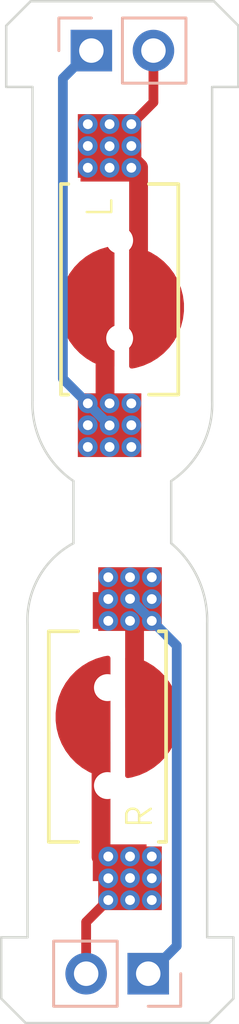
<source format=kicad_pcb>
(kicad_pcb (version 20221018) (generator pcbnew)
  (layers (0 "F.Cu" signal) (31 "B.Cu" signal) (34 "B.Paste" user) (35 "F.Paste" user) (36 "B.SilkS" user "B.Silkscreen") (37 "F.SilkS" user "F.Silkscreen") (38 "B.Mask" user) (39 "F.Mask" user) (44 "Edge.Cuts" user))
  (net 0 "")
  (net 1 "Net-(J1-Pad1)")
  (net 2 "Net-(J1-Pad2)")
  (net 3 "Net-(J2-Pad1)")
  (net 4 "Net-(J2-Pad2)")
  (footprint "clipboard:b50812ef-01b3-4199-b131-0dd827ad1ccd" (layer "F.Cu") (at 110.95 68.339 90)
    (fp_text reference "" (at 0 0 90) (layer "F.SilkS") (effects (font (size 1.27 1.27))))
    (fp_text value "" (at 0 0 90) (layer "F.SilkS") (effects (font (size 1.27 1.27))))
    (fp_line (start 1.625 -4.9) (end 10.225 -4.9) (stroke (width 0.15)) (layer "F.SilkS"))
    (fp_line (start 1.625 -4.6) (end 1.625 -4.9) (stroke (width 0.15)) (layer "F.SilkS"))
    (fp_line (start 1.625 -1.3) (end 1.625 -0.1) (stroke (width 0.15)) (layer "F.SilkS"))
    (fp_line (start 1.625 -0.1) (end 10.225 -0.1) (stroke (width 0.15)) (layer "F.SilkS"))
    (fp_line (start 10.225 -4.6) (end 10.225 -4.9) (stroke (width 0.15)) (layer "F.SilkS"))
    (fp_line (start 10.225 -1.3) (end 10.225 -0.1) (stroke (width 0.15)) (layer "F.SilkS"))
    (pad "" np_thru_hole circle (at 3.925 -2.5 90) (size 1.1 1.1) (drill 1.1) (layers "F&B.Cu" "*.Mask"))
    (pad "" np_thru_hole circle (at 7.925 -2.5 90) (size 1.1 1.1) (drill 1.1) (layers "F&B.Cu" "*.Mask"))
    (pad "1" smd rect (at 0.775 -3 90) (size 1.5 2.2) (layers "F.Cu" "F.Paste" "F.Mask"))
    (pad "2" smd rect (at 11.075 -3 90) (size 1.5 2.2) (layers "F.Cu" "F.Paste" "F.Mask"))
  )
  (footprint "PhobGCC_Footprints:Trigger_Contact" (layer "F.Cu") (at 108.538 63.152029 90)
    (fp_text reference "SW1" hide)
    (fp_text value "L" (at 4.06 -0.89 90) (layer "F.SilkS") (effects (font (thickness 0.1))))
    (pad "1" thru_hole circle (at -5.7 -1.39 90) (size 0.8 0.8) (drill 0.4) (layers "*.Cu" "*.Mask") (net 1 "Net-(J1-Pad1)"))
    (pad "1" thru_hole circle (at -5.7 -0.5 90) (size 0.8 0.8) (drill 0.4) (layers "*.Cu" "*.Mask") (net 1 "Net-(J1-Pad1)"))
    (pad "1" thru_hole circle (at -5.7 0.39 90) (size 0.8 0.8) (drill 0.4) (layers "*.Cu" "*.Mask") (net 1 "Net-(J1-Pad1)"))
    (pad "1" thru_hole circle (at -4.82 -0.5 90) (size 0.8 0.8) (drill 0.4) (layers "*.Cu" "*.Mask") (net 1 "Net-(J1-Pad1)"))
    (pad "1" thru_hole circle (at -4.81 -1.39 90) (size 0.8 0.8) (drill 0.4) (layers "*.Cu" "*.Mask") (net 1 "Net-(J1-Pad1)"))
    (pad "1" smd custom (at -4.81 -0.5 90) (size 1.524 1.524) (layers "F.Cu" "F.Paste" "F.Mask") (net 1 "Net-(J1-Pad1)") (options (clearance outline) (anchor circle)) (primitives (gr_rect (start -1.3 -1.3) (end 1.3 1.3) (width 0) (fill yes))))
    (pad "1" thru_hole circle (at -4.81 0.39 90) (size 0.8 0.8) (drill 0.4) (layers "*.Cu" "*.Mask") (net 1 "Net-(J1-Pad1)"))
    (pad "1" thru_hole circle (at -3.92 -1.39 90) (size 0.8 0.8) (drill 0.4) (layers "*.Cu" "*.Mask") (net 1 "Net-(J1-Pad1)"))
    (pad "1" thru_hole circle (at -3.92 -0.5 90) (size 0.8 0.8) (drill 0.4) (layers "*.Cu" "*.Mask") (net 1 "Net-(J1-Pad1)"))
    (pad "1" thru_hole circle (at -3.92 0.39 90) (size 0.8 0.8) (drill 0.4) (layers "*.Cu" "*.Mask") (net 1 "Net-(J1-Pad1)"))
    (pad "1" smd custom (at 0 -1.421886 90) (size 1.524 1.524) (layers "F.Cu" "F.Paste" "F.Mask") (net 1 "Net-(J1-Pad1)") (options (clearance outline) (anchor circle)) (primitives (gr_poly (pts (xy 2.4 1.021886) (xy 2.372946 0.868173) (xy 2.284539 0.568843) (xy 2.158541 0.283291) (xy 1.997027 0.016218) (xy 1.802655 -0.227983) (xy 1.578621 -0.445293) (xy 1.328613 -0.632137) (xy 1.056744 -0.785441) (xy 0.767487 -0.902682) (xy 0.465603 -0.981932) (xy 0.156057 -1.021885) (xy -0.156057 -1.021885) (xy -0.465603 -0.981932) (xy -0.767487 -0.902682) (xy -1.056744 -0.785441) (xy -1.328613 -0.632137) (xy -1.578621 -0.445293) (xy -1.802655 -0.227983) (xy -1.997027 0.016218) (xy -2.158541 0.283291) (xy -2.284539 0.568843) (xy -2.372946 0.868173) (xy -2.4 1.021886)) (width 0.2) (fill yes))))
    (pad "2" smd custom (at 0 1.421885 90) (size 1.524 1.524) (layers "F.Cu" "F.Paste" "F.Mask") (net 2 "Net-(J1-Pad2)") (options (clearance outline) (anchor circle)) (primitives (gr_poly (pts (xy -2.4 -1.021885) (xy -2.372946 -0.868172) (xy -2.284539 -0.568842) (xy -2.158541 -0.28329) (xy -1.997027 -0.016217) (xy -1.802655 0.227984) (xy -1.578621 0.445294) (xy -1.328613 0.632138) (xy -1.056744 0.785442) (xy -0.767487 0.902683) (xy -0.465603 0.981933) (xy -0.156057 1.021886) (xy 0.156057 1.021886) (xy 0.465603 0.981933) (xy 0.767487 0.902683) (xy 1.056744 0.785442) (xy 1.328613 0.632138) (xy 1.578621 0.445294) (xy 1.802655 0.227984) (xy 1.997027 -0.016217) (xy 2.158541 -0.28329) (xy 2.284539 -0.568842) (xy 2.372946 -0.868172) (xy 2.4 -1.021885)) (width 0.2) (fill yes))))
    (pad "2" thru_hole circle (at 5.7 -1.39 90) (size 0.8 0.8) (drill 0.4) (layers "*.Cu" "*.Mask") (net 2 "Net-(J1-Pad2)"))
    (pad "2" thru_hole circle (at 5.7 -0.5 90) (size 0.8 0.8) (drill 0.4) (layers "*.Cu" "*.Mask") (net 2 "Net-(J1-Pad2)"))
    (pad "2" thru_hole circle (at 5.7 0.39 90) (size 0.8 0.8) (drill 0.4) (layers "*.Cu" "*.Mask") (net 2 "Net-(J1-Pad2)"))
    (pad "2" thru_hole circle (at 6.58 -0.5 90) (size 0.8 0.8) (drill 0.4) (layers "*.Cu" "*.Mask") (net 2 "Net-(J1-Pad2)"))
    (pad "2" thru_hole circle (at 6.59 -1.39 90) (size 0.8 0.8) (drill 0.4) (layers "*.Cu" "*.Mask") (net 2 "Net-(J1-Pad2)"))
    (pad "2" smd custom (at 6.59 -0.5 90) (size 1.524 1.524) (layers "F.Cu" "F.Paste" "F.Mask") (net 2 "Net-(J1-Pad2)") (options (clearance outline) (anchor circle)) (primitives (gr_rect (start -1.3 -1.3) (end 1.3 1.3) (width 0) (fill yes))))
    (pad "2" thru_hole circle (at 6.59 0.39 90) (size 0.8 0.8) (drill 0.4) (layers "*.Cu" "*.Mask") (net 2 "Net-(J1-Pad2)"))
    (pad "2" thru_hole circle (at 7.48 -1.39 90) (size 0.8 0.8) (drill 0.4) (layers "*.Cu" "*.Mask") (net 2 "Net-(J1-Pad2)"))
    (pad "2" thru_hole circle (at 7.48 -0.5 90) (size 0.8 0.8) (drill 0.4) (layers "*.Cu" "*.Mask") (net 2 "Net-(J1-Pad2)"))
    (pad "2" thru_hole circle (at 7.48 0.39 90) (size 0.8 0.8) (drill 0.4) (layers "*.Cu" "*.Mask") (net 2 "Net-(J1-Pad2)"))
  )
  (footprint "PhobGCC_Footprints:breakaway-mousebites-double" (layer "F.Cu") (at 108.325 70.244093 180)
    (fp_text reference "H2" hide)
    (fp_text value "MouseBiteRA" hide)
    (fp_line (start -2.233 -2.537893) (end -2.233 0.002107) (stroke (width 0.1)) (layer "Edge.Cuts"))
    (fp_line (start 1.767 -2.537893) (end 1.767 0.002107) (stroke (width 0.1)) (layer "Edge.Cuts"))
    (pad "" np_thru_hole circle (at -1.5 -2.26085) (size 0.7874 0.7874) (drill 0.7874) (layers "*.Cu" "*.Mask"))
    (pad "" np_thru_hole circle (at -1.5 -0.23 180) (size 0.7874 0.7874) (drill 0.7874) (layers "*.Cu" "*.Mask"))
    (pad "" np_thru_hole circle (at -0.23 -2.26085) (size 0.7874 0.7874) (drill 0.7874) (layers "*.Cu" "*.Mask"))
    (pad "" np_thru_hole circle (at -0.23 -0.23 180) (size 0.7874 0.7874) (drill 0.7874) (layers "*.Cu" "*.Mask"))
    (pad "" np_thru_hole circle (at 1.04 -2.26085) (size 0.7874 0.7874) (drill 0.7874) (layers "*.Cu" "*.Mask"))
    (pad "" np_thru_hole circle (at 1.04 -0.23 180) (size 0.7874 0.7874) (drill 0.7874) (layers "*.Cu" "*.Mask"))
  )
  (footprint "PhobGCC_Footprints:Trigger_Contact" (layer "F.Cu") (at 108.374503 79.871943 -90)
    (fp_text reference "SW2" hide)
    (fp_text value "R" (at 4.06 -0.89 -270) (layer "F.SilkS") (effects (font (thickness 0.1))))
    (pad "1" thru_hole circle (at -5.7 -1.39 270) (size 0.8 0.8) (drill 0.4) (layers "*.Cu" "*.Mask") (net 3 "Net-(J2-Pad1)"))
    (pad "1" thru_hole circle (at -5.7 -0.5 270) (size 0.8 0.8) (drill 0.4) (layers "*.Cu" "*.Mask") (net 3 "Net-(J2-Pad1)"))
    (pad "1" thru_hole circle (at -5.7 0.39 270) (size 0.8 0.8) (drill 0.4) (layers "*.Cu" "*.Mask") (net 3 "Net-(J2-Pad1)"))
    (pad "1" thru_hole circle (at -4.82 -0.5 270) (size 0.8 0.8) (drill 0.4) (layers "*.Cu" "*.Mask") (net 3 "Net-(J2-Pad1)"))
    (pad "1" thru_hole circle (at -4.81 -1.39 270) (size 0.8 0.8) (drill 0.4) (layers "*.Cu" "*.Mask") (net 3 "Net-(J2-Pad1)"))
    (pad "1" smd custom (at -4.81 -0.5 270) (size 1.524 1.524) (layers "F.Cu" "F.Paste" "F.Mask") (net 3 "Net-(J2-Pad1)") (options (clearance outline) (anchor circle)) (primitives (gr_rect (start -1.3 -1.3) (end 1.3 1.3) (width 0) (fill yes))))
    (pad "1" thru_hole circle (at -4.81 0.39 270) (size 0.8 0.8) (drill 0.4) (layers "*.Cu" "*.Mask") (net 3 "Net-(J2-Pad1)"))
    (pad "1" thru_hole circle (at -3.92 -1.39 270) (size 0.8 0.8) (drill 0.4) (layers "*.Cu" "*.Mask") (net 3 "Net-(J2-Pad1)"))
    (pad "1" thru_hole circle (at -3.92 -0.5 270) (size 0.8 0.8) (drill 0.4) (layers "*.Cu" "*.Mask") (net 3 "Net-(J2-Pad1)"))
    (pad "1" thru_hole circle (at -3.92 0.39 270) (size 0.8 0.8) (drill 0.4) (layers "*.Cu" "*.Mask") (net 3 "Net-(J2-Pad1)"))
    (pad "1" smd custom (at 0 -1.421886 270) (size 1.524 1.524) (layers "F.Cu" "F.Paste" "F.Mask") (net 3 "Net-(J2-Pad1)") (options (clearance outline) (anchor circle)) (primitives (gr_poly (pts (xy 2.4 1.021886) (xy 2.372946 0.868173) (xy 2.284539 0.568843) (xy 2.158541 0.283291) (xy 1.997027 0.016218) (xy 1.802655 -0.227983) (xy 1.578621 -0.445293) (xy 1.328613 -0.632137) (xy 1.056744 -0.785441) (xy 0.767487 -0.902682) (xy 0.465603 -0.981932) (xy 0.156057 -1.021885) (xy -0.156057 -1.021885) (xy -0.465603 -0.981932) (xy -0.767487 -0.902682) (xy -1.056744 -0.785441) (xy -1.328613 -0.632137) (xy -1.578621 -0.445293) (xy -1.802655 -0.227983) (xy -1.997027 0.016218) (xy -2.158541 0.283291) (xy -2.284539 0.568843) (xy -2.372946 0.868173) (xy -2.4 1.021886)) (width 0.2) (fill yes))))
    (pad "2" smd custom (at 0 1.421885 270) (size 1.524 1.524) (layers "F.Cu" "F.Paste" "F.Mask") (net 4 "Net-(J2-Pad2)") (options (clearance outline) (anchor circle)) (primitives (gr_poly (pts (xy -2.4 -1.021885) (xy -2.372946 -0.868172) (xy -2.284539 -0.568842) (xy -2.158541 -0.28329) (xy -1.997027 -0.016217) (xy -1.802655 0.227984) (xy -1.578621 0.445294) (xy -1.328613 0.632138) (xy -1.056744 0.785442) (xy -0.767487 0.902683) (xy -0.465603 0.981933) (xy -0.156057 1.021886) (xy 0.156057 1.021886) (xy 0.465603 0.981933) (xy 0.767487 0.902683) (xy 1.056744 0.785442) (xy 1.328613 0.632138) (xy 1.578621 0.445294) (xy 1.802655 0.227984) (xy 1.997027 -0.016217) (xy 2.158541 -0.28329) (xy 2.284539 -0.568842) (xy 2.372946 -0.868172) (xy 2.4 -1.021885)) (width 0.2) (fill yes))))
    (pad "2" thru_hole circle (at 5.7 -1.39 270) (size 0.8 0.8) (drill 0.4) (layers "*.Cu" "*.Mask") (net 4 "Net-(J2-Pad2)"))
    (pad "2" thru_hole circle (at 5.7 -0.5 270) (size 0.8 0.8) (drill 0.4) (layers "*.Cu" "*.Mask") (net 4 "Net-(J2-Pad2)"))
    (pad "2" thru_hole circle (at 5.7 0.39 270) (size 0.8 0.8) (drill 0.4) (layers "*.Cu" "*.Mask") (net 4 "Net-(J2-Pad2)"))
    (pad "2" thru_hole circle (at 6.58 -0.5 270) (size 0.8 0.8) (drill 0.4) (layers "*.Cu" "*.Mask") (net 4 "Net-(J2-Pad2)"))
    (pad "2" thru_hole circle (at 6.59 -1.39 270) (size 0.8 0.8) (drill 0.4) (layers "*.Cu" "*.Mask") (net 4 "Net-(J2-Pad2)"))
    (pad "2" smd custom (at 6.59 -0.5 270) (size 1.524 1.524) (layers "F.Cu" "F.Paste" "F.Mask") (net 4 "Net-(J2-Pad2)") (options (clearance outline) (anchor circle)) (primitives (gr_rect (start -1.3 -1.3) (end 1.3 1.3) (width 0) (fill yes))))
    (pad "2" thru_hole circle (at 6.59 0.39 270) (size 0.8 0.8) (drill 0.4) (layers "*.Cu" "*.Mask") (net 4 "Net-(J2-Pad2)"))
    (pad "2" thru_hole circle (at 7.48 -1.39 270) (size 0.8 0.8) (drill 0.4) (layers "*.Cu" "*.Mask") (net 4 "Net-(J2-Pad2)"))
    (pad "2" thru_hole circle (at 7.48 -0.5 270) (size 0.8 0.8) (drill 0.4) (layers "*.Cu" "*.Mask") (net 4 "Net-(J2-Pad2)"))
    (pad "2" thru_hole circle (at 7.48 0.39 270) (size 0.8 0.8) (drill 0.4) (layers "*.Cu" "*.Mask") (net 4 "Net-(J2-Pad2)"))
  )
  (footprint "clipboard:b50812ef-01b3-4199-b131-0dd827ad1ccd" (layer "F.Cu") (at 105.45 74.752 -90)
    (fp_text reference "" (at 0 0 90) (layer "F.SilkS") (effects (font (size 1.27 1.27))))
    (fp_text value "" (at 0 0 90) (layer "F.SilkS") (effects (font (size 1.27 1.27))))
    (fp_line (start 1.625 -4.9) (end 10.225 -4.9) (stroke (width 0.15)) (layer "F.SilkS"))
    (fp_line (start 1.625 -4.6) (end 1.625 -4.9) (stroke (width 0.15)) (layer "F.SilkS"))
    (fp_line (start 1.625 -1.3) (end 1.625 -0.1) (stroke (width 0.15)) (layer "F.SilkS"))
    (fp_line (start 1.625 -0.1) (end 10.225 -0.1) (stroke (width 0.15)) (layer "F.SilkS"))
    (fp_line (start 10.225 -4.6) (end 10.225 -4.9) (stroke (width 0.15)) (layer "F.SilkS"))
    (fp_line (start 10.225 -1.3) (end 10.225 -0.1) (stroke (width 0.15)) (layer "F.SilkS"))
    (pad "" np_thru_hole circle (at 3.925 -2.5 270) (size 1.1 1.1) (drill 1.1) (layers "F&B.Cu" "*.Mask"))
    (pad "" np_thru_hole circle (at 7.925 -2.5 270) (size 1.1 1.1) (drill 1.1) (layers "F&B.Cu" "*.Mask"))
    (pad "1" smd rect (at 0.775 -3 270) (size 1.5 2.2) (layers "F.Cu" "F.Paste" "F.Mask"))
    (pad "2" smd rect (at 11.075 -3 270) (size 1.5 2.2) (layers "F.Cu" "F.Paste" "F.Mask"))
  )
  (footprint "PhobGCC_Footprints:Pin_Header_Straight_1x02_Pitch2.54mm" (layer "B.Cu") (at 107.293003 52.667029 -90)
    (fp_text reference "J1" hide)
    (fp_text value "L" hide)
    (fp_line (start -1.33 -3.87) (end 1.33 -3.87) (stroke (width 0.12)) (layer "B.SilkS"))
    (fp_line (start -1.33 -1.27) (end -1.33 -3.87) (stroke (width 0.12)) (layer "B.SilkS"))
    (fp_line (start -1.33 -1.27) (end 1.33 -1.27) (stroke (width 0.12)) (layer "B.SilkS"))
    (fp_line (start -1.33 0) (end -1.33 1.33) (stroke (width 0.12)) (layer "B.SilkS"))
    (fp_line (start -1.33 1.33) (end 0 1.33) (stroke (width 0.12)) (layer "B.SilkS"))
    (fp_line (start 1.33 -1.27) (end 1.33 -3.87) (stroke (width 0.12)) (layer "B.SilkS"))
    (pad "1" thru_hole rect (at 0 0 270) (size 1.7 1.7) (drill 1) (layers "*.Cu" "*.Mask") (net 1 "Net-(J1-Pad1)"))
    (pad "2" thru_hole oval (at 0 -2.54 270) (size 1.7 1.7) (drill 1) (layers "*.Cu" "*.Mask") (net 2 "Net-(J1-Pad2)"))
  )
  (footprint "PhobGCC_Footprints:Pin_Header_Straight_1x02_Pitch2.54mm" (layer "B.Cu") (at 109.6195 90.356943 90)
    (fp_text reference "J2" hide)
    (fp_text value "R" hide)
    (fp_line (start -1.33 -3.87) (end 1.33 -3.87) (stroke (width 0.12)) (layer "B.SilkS"))
    (fp_line (start -1.33 -1.27) (end -1.33 -3.87) (stroke (width 0.12)) (layer "B.SilkS"))
    (fp_line (start -1.33 -1.27) (end 1.33 -1.27) (stroke (width 0.12)) (layer "B.SilkS"))
    (fp_line (start -1.33 0) (end -1.33 1.33) (stroke (width 0.12)) (layer "B.SilkS"))
    (fp_line (start -1.33 1.33) (end 0 1.33) (stroke (width 0.12)) (layer "B.SilkS"))
    (fp_line (start 1.33 -1.27) (end 1.33 -3.87) (stroke (width 0.12)) (layer "B.SilkS"))
    (pad "1" thru_hole rect (at 0 0 90) (size 1.7 1.7) (drill 1) (layers "*.Cu" "*.Mask") (net 3 "Net-(J2-Pad1)"))
    (pad "2" thru_hole oval (at 0 -2.54 90) (size 1.7 1.7) (drill 1) (layers "*.Cu" "*.Mask") (net 4 "Net-(J2-Pad2)"))
  )
  (gr_line (start 104.883 54.152029) (end 104.883 66.952029) (stroke (width 0.1)) (layer "Edge.Cuts"))
  (gr_line (start 104.679503 88.871943) (end 104.679503 76.071943) (stroke (width 0.1)) (layer "Edge.Cuts"))
  (gr_line (start 103.604503 91.371943) (end 103.604503 88.871943) (stroke (width 0.1)) (layer "Edge.Cuts"))
  (gr_line (start 103.808 51.652029) (end 103.808 54.152029) (stroke (width 0.1)) (layer "Edge.Cuts"))
  (gr_line (start 112.104503 92.371943) (end 113.104503 91.371943) (stroke (width 0.1)) (layer "Edge.Cuts"))
  (gr_arc (start 112.233 66.952029) (mid 111.826403 68.816395) (end 110.558 70.241986) (stroke (width 0.1)) (layer "Edge.Cuts"))
  (gr_line (start 113.308 51.652029) (end 112.308 50.652029) (stroke (width 0.1)) (layer "Edge.Cuts"))
  (gr_line (start 103.604503 91.371943) (end 104.604503 92.371943) (stroke (width 0.1)) (layer "Edge.Cuts"))
  (gr_arc (start 104.679503 76.071943) (mid 105.14715 74.157693) (end 106.558 72.781986) (stroke (width 0.1)) (layer "Edge.Cuts"))
  (gr_line (start 104.679503 88.871943) (end 103.604503 88.871943) (stroke (width 0.1)) (layer "Edge.Cuts"))
  (gr_line (start 113.308 51.652029) (end 113.308 54.152029) (stroke (width 0.1)) (layer "Edge.Cuts"))
  (gr_line (start 103.808 54.152029) (end 104.883 54.152029) (stroke (width 0.1)) (layer "Edge.Cuts"))
  (gr_line (start 112.029503 88.871943) (end 112.029503 76.071943) (stroke (width 0.1)) (layer "Edge.Cuts"))
  (gr_line (start 113.104503 91.371943) (end 113.104503 88.871943) (stroke (width 0.1)) (layer "Edge.Cuts"))
  (gr_arc (start 110.558 72.781986) (mid 111.674383 74.256719) (end 112.029503 76.071943) (stroke (width 0.1)) (layer "Edge.Cuts"))
  (gr_line (start 112.233 54.152029) (end 112.233 66.952029) (stroke (width 0.1)) (layer "Edge.Cuts"))
  (gr_line (start 113.104503 88.871943) (end 112.029503 88.871943) (stroke (width 0.1)) (layer "Edge.Cuts"))
  (gr_arc (start 106.558 70.241986) (mid 105.297554 68.812335) (end 104.883 66.952029) (stroke (width 0.1)) (layer "Edge.Cuts"))
  (gr_line (start 104.808 50.652029) (end 103.808 51.652029) (stroke (width 0.1)) (layer "Edge.Cuts"))
  (gr_line (start 112.233 54.152029) (end 113.308 54.152029) (stroke (width 0.1)) (layer "Edge.Cuts"))
  (gr_line (start 112.104503 92.371943) (end 104.604503 92.371943) (stroke (width 0.1)) (layer "Edge.Cuts"))
  (gr_line (start 104.808 50.652029) (end 112.308 50.652029) (stroke (width 0.1)) (layer "Edge.Cuts"))
  (segment (start 107.852 67.460029) (end 108.038 67.646029) (width 0.77) (layer "F.Cu") (net 1))
  (segment (start 107.852 63.571915) (end 107.852 67.460029) (width 0.77) (layer "F.Cu") (net 1))
  (segment (start 107.116114 62.836029) (end 107.852 63.571915) (width 0.77) (layer "F.Cu") (net 1))
  (segment (start 106.126997 66.061026) (end 108.038 67.972029) (width 0.4) (layer "B.Cu") (net 1))
  (segment (start 106.126997 53.802032) (end 106.126997 66.061026) (width 0.4) (layer "B.Cu") (net 1))
  (segment (start 107.283 52.646029) (end 106.126997 53.802032) (width 0.4) (layer "B.Cu") (net 1))
  (segment (start 109.833003 54.777026) (end 108.038 56.572029) (width 0.4) (layer "F.Cu") (net 2))
  (segment (start 109.959885 62.836029) (end 109.224 62.100144) (width 0.77) (layer "F.Cu") (net 2))
  (segment (start 109.833003 52.667029) (end 109.833003 54.777026) (width 0.4) (layer "F.Cu") (net 2))
  (segment (start 109.224 62.100144) (end 109.224 57.442029) (width 0.77) (layer "F.Cu") (net 2))
  (segment (start 109.224 57.442029) (end 108.038 56.256029) (width 0.77) (layer "F.Cu") (net 2))
  (segment (start 109.796389 80.187943) (end 109.060503 79.452057) (width 0.77) (layer "F.Cu") (net 3))
  (segment (start 109.060503 75.563943) (end 108.874503 75.377943) (width 0.77) (layer "F.Cu") (net 3))
  (segment (start 109.060503 79.452057) (end 109.060503 75.563943) (width 0.77) (layer "F.Cu") (net 3))
  (segment (start 110.785506 76.962946) (end 108.874503 75.051943) (width 0.4) (layer "B.Cu") (net 3))
  (segment (start 109.629503 90.377943) (end 110.785506 89.22194) (width 0.4) (layer "B.Cu") (net 3))
  (segment (start 110.785506 89.22194) (end 110.785506 76.962946) (width 0.4) (layer "B.Cu") (net 3))
  (segment (start 107.688503 80.923828) (end 107.688503 85.581943) (width 0.77) (layer "F.Cu") (net 4))
  (segment (start 106.952618 80.187943) (end 107.688503 80.923828) (width 0.77) (layer "F.Cu") (net 4))
  (segment (start 107.0795 88.246946) (end 108.874503 86.451943) (width 0.4) (layer "F.Cu") (net 4))
  (segment (start 107.0795 90.356943) (end 107.0795 88.246946) (width 0.4) (layer "F.Cu") (net 4))
  (segment (start 107.688503 85.581943) (end 108.874503 86.767943) (width 0.77) (layer "F.Cu") (net 4))
)
</source>
